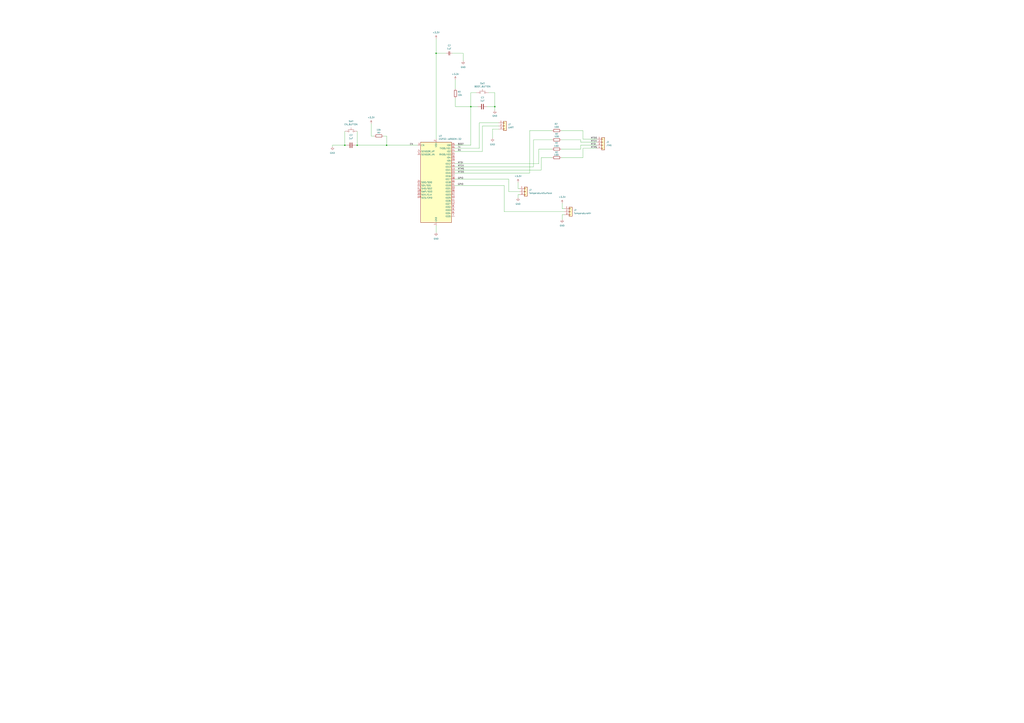
<source format=kicad_sch>
(kicad_sch (version 20230121) (generator eeschema)
  (paper "A1")
  (lib_symbols
    (symbol "Connector_Generic:Conn_01x03" (pin_names (offset 1.016) hide)
      (property "Reference" "J" (at 0 5.08 0))
      (property "Value" "Conn_01x03" (at 0 -5.08 0))
      (symbol "Conn_01x03_1_1"
        (rectangle (start -1.27 -2.413) (end 0 -2.667) (stroke (width 0.1524)))
        (rectangle (start -1.27 0.127) (end 0 -0.127) (stroke (width 0.1524)))
        (rectangle (start -1.27 2.667) (end 0 2.413) (stroke (width 0.1524)))
        (rectangle (start -1.27 3.81) (end 1.27 -3.81) (stroke (width 0.254)) (fill (type background)))
        (pin passive line (at -5.08 2.54 0) (length 3.81) (name "Pin_1") (number "1"))
        (pin passive line (at -5.08 0 0) (length 3.81) (name "Pin_2") (number "2"))
        (pin passive line (at -5.08 -2.54 0) (length 3.81) (name "Pin_3") (number "3"))
      )
    )
    (symbol "Connector_Generic:Conn_01x04" (pin_names (offset 1.016) hide)
      (property "Reference" "J" (at 0 5.08 0))
      (property "Value" "Conn_01x04" (at 0 -7.62 0))
      (symbol "Conn_01x04_1_1"
        (rectangle (start -1.27 -4.953) (end 0 -5.207) (stroke (width 0.1524)))
        (rectangle (start -1.27 -2.413) (end 0 -2.667) (stroke (width 0.1524)))
        (rectangle (start -1.27 0.127) (end 0 -0.127) (stroke (width 0.1524)))
        (rectangle (start -1.27 2.667) (end 0 2.413) (stroke (width 0.1524)))
        (rectangle (start -1.27 3.81) (end 1.27 -6.35) (stroke (width 0.254)) (fill (type background)))
        (pin passive line (at -5.08 2.54 0) (length 3.81) (name "Pin_1") (number "1"))
        (pin passive line (at -5.08 0 0) (length 3.81) (name "Pin_2") (number "2"))
        (pin passive line (at -5.08 -2.54 0) (length 3.81) (name "Pin_3") (number "3"))
        (pin passive line (at -5.08 -5.08 0) (length 3.81) (name "Pin_4") (number "4"))
      )
    )
    (symbol "Device:C" (pin_numbers hide) (pin_names (offset 0.254))
      (property "Reference" "C" (at 0.635 2.54 0))
      (property "Value" "C" (at 0.635 -2.54 0))
      (symbol "C_0_1"
        (polyline (pts (xy -2.032 -0.762) (xy 2.032 -0.762)) (stroke (width 0.508)))
        (polyline (pts (xy -2.032 0.762) (xy 2.032 0.762)) (stroke (width 0.508)))
      )
      (symbol "C_1_1"
        (pin passive line (at 0 3.81 270) (length 2.794) (name "~") (number "1"))
        (pin passive line (at 0 -3.81 90) (length 2.794) (name "~") (number "2"))
      )
    )
    (symbol "Device:C_Small" (pin_numbers hide) (pin_names (offset 0.254) hide)
      (property "Reference" "C" (at 0.254 1.778 0))
      (property "Value" "C_Small" (at 0.254 -2.032 0))
      (symbol "C_Small_0_1"
        (polyline (pts (xy -1.524 -0.508) (xy 1.524 -0.508)) (stroke (width 0.3302)))
        (polyline (pts (xy -1.524 0.508) (xy 1.524 0.508)) (stroke (width 0.3048)))
      )
      (symbol "C_Small_1_1"
        (pin passive line (at 0 2.54 270) (length 2.032) (name "~") (number "1"))
        (pin passive line (at 0 -2.54 90) (length 2.032) (name "~") (number "2"))
      )
    )
    (symbol "Device:R" (pin_numbers hide) (pin_names (offset 0))
      (property "Reference" "R" (at 2.032 0 90))
      (property "Value" "R" (at 0 0 90))
      (symbol "R_0_1"
        (rectangle (start -1.016 -2.54) (end 1.016 2.54) (stroke (width 0.254)))
      )
      (symbol "R_1_1"
        (pin passive line (at 0 3.81 270) (length 1.27) (name "~") (number "1"))
        (pin passive line (at 0 -3.81 90) (length 1.27) (name "~") (number "2"))
      )
    )
    (symbol "ESP32-WROOM-32_1"
      (property "Reference" "U" (at -12.7 34.29 0))
      (property "Value" "ESP32-WROOM-32" (at 1.27 34.29 0))
      (symbol "ESP32-WROOM-32_1_0_1"
        (rectangle (start -12.7 33.02) (end 12.7 -33.02) (stroke (width 0.254)) (fill (type background)))
      )
      (symbol "ESP32-WROOM-32_1_1_1"
        (pin power_in line (at 0 -35.56 90) (length 2.54) (name "GND") (number "1"))
        (pin bidirectional line (at 15.24 -12.7 180) (length 2.54) (name "IO25") (number "10"))
        (pin bidirectional line (at 15.24 -15.24 180) (length 2.54) (name "IO26") (number "11"))
        (pin bidirectional line (at 15.24 -17.78 180) (length 2.54) (name "IO27") (number "12"))
        (pin bidirectional line (at 15.24 10.16 180) (length 2.54) (name "IO14") (number "13"))
        (pin bidirectional line (at 15.24 15.24 180) (length 2.54) (name "IO12") (number "14"))
        (pin passive line (at 0 -35.56 90) (length 2.54) hide (name "GND") (number "15"))
        (pin bidirectional line (at 15.24 12.7 180) (length 2.54) (name "IO13") (number "16"))
        (pin bidirectional line (at -15.24 -5.08 0) (length 2.54) (name "SHD/SD2") (number "17"))
        (pin bidirectional line (at -15.24 -7.62 0) (length 2.54) (name "SWP/SD3") (number "18"))
        (pin bidirectional line (at -15.24 -12.7 0) (length 2.54) (name "SCS/CMD") (number "19"))
        (pin power_in line (at 0 35.56 270) (length 2.54) (name "VDD") (number "2"))
        (pin bidirectional line (at -15.24 -10.16 0) (length 2.54) (name "SCK/CLK") (number "20"))
        (pin bidirectional line (at -15.24 0 0) (length 2.54) (name "SDO/SD0") (number "21"))
        (pin bidirectional line (at -15.24 -2.54 0) (length 2.54) (name "SDI/SD1") (number "22"))
        (pin bidirectional line (at 15.24 7.62 180) (length 2.54) (name "IO15") (number "23"))
        (pin bidirectional line (at 15.24 25.4 180) (length 2.54) (name "IO2") (number "24"))
        (pin bidirectional line (at 15.24 30.48 180) (length 2.54) (name "IO0") (number "25"))
        (pin bidirectional line (at 15.24 20.32 180) (length 2.54) (name "IO4") (number "26"))
        (pin bidirectional line (at 15.24 5.08 180) (length 2.54) (name "IO16") (number "27"))
        (pin bidirectional line (at 15.24 2.54 180) (length 2.54) (name "IO17") (number "28"))
        (pin bidirectional line (at 15.24 17.78 180) (length 2.54) (name "IO5") (number "29"))
        (pin input line (at -15.24 30.48 0) (length 2.54) (name "EN") (number "3"))
        (pin bidirectional line (at 15.24 0 180) (length 2.54) (name "IO18") (number "30"))
        (pin bidirectional line (at 15.24 -2.54 180) (length 2.54) (name "IO19") (number "31"))
        (pin no_connect line (at -12.7 -27.94 0) (length 2.54) hide (name "NC") (number "32"))
        (pin bidirectional line (at 15.24 -5.08 180) (length 2.54) (name "IO21") (number "33"))
        (pin bidirectional line (at 15.24 22.86 180) (length 2.54) (name "RXD0/IO3") (number "34"))
        (pin bidirectional line (at 15.24 27.94 180) (length 2.54) (name "TXD0/IO1") (number "35"))
        (pin bidirectional line (at 15.24 -7.62 180) (length 2.54) (name "IO22") (number "36"))
        (pin bidirectional line (at 15.24 -10.16 180) (length 2.54) (name "IO23") (number "37"))
        (pin passive line (at 0 -35.56 90) (length 2.54) hide (name "GND") (number "38"))
        (pin passive line (at 0 -35.56 90) (length 2.54) hide (name "GND") (number "39"))
        (pin input line (at -15.24 25.4 0) (length 2.54) (name "SENSOR_VP") (number "4"))
        (pin input line (at -15.24 22.86 0) (length 2.54) (name "SENSOR_VN") (number "5"))
        (pin input line (at 15.24 -25.4 180) (length 2.54) (name "IO34") (number "6"))
        (pin input line (at 15.24 -27.94 180) (length 2.54) (name "IO35") (number "7"))
        (pin bidirectional line (at 15.24 -20.32 180) (length 2.54) (name "IO32") (number "8"))
        (pin bidirectional line (at 15.24 -22.86 180) (length 2.54) (name "IO33") (number "9"))
      )
    )
    (symbol "Switch:SW_Push" (pin_numbers hide) (pin_names (offset 1.016) hide)
      (property "Reference" "SW" (at 1.27 2.54 0))
      (property "Value" "SW_Push" (at 0 -1.524 0))
      (symbol "SW_Push_0_1"
        (circle (center -2.032 0) (radius 0.508))
        (polyline (pts (xy 0 1.27) (xy 0 3.048)))
        (polyline (pts (xy 2.54 1.27) (xy -2.54 1.27)))
        (circle (center 2.032 0) (radius 0.508))
        (pin passive line (at -5.08 0 0) (length 2.54) (name "1") (number "1"))
        (pin passive line (at 5.08 0 180) (length 2.54) (name "2") (number "2"))
      )
    )
    (symbol "power:+3.3V" (power) (pin_names (offset 0))
      (property "Value" "+3.3V" (at 0 3.556 0))
      (symbol "+3.3V_0_1"
        (polyline (pts (xy -0.762 1.27) (xy 0 2.54)))
        (polyline (pts (xy 0 0) (xy 0 2.54)))
        (polyline (pts (xy 0 2.54) (xy 0.762 1.27)))
      )
      (symbol "+3.3V_1_1"
        (pin power_in line (at 0 0 90) (length 0) hide (name "+3.3V") (number "1"))
      )
    )
    (symbol "power:GND" (power) (pin_names (offset 0))
      (property "Value" "GND" (at 0 -3.81 0))
      (symbol "GND_0_1"
        (polyline (pts (xy 0 0) (xy 0 -1.27) (xy 1.27 -1.27) (xy 0 -2.54) (xy -1.27 -1.27) (xy 0 -1.27)))
      )
      (symbol "GND_1_1"
        (pin power_in line (at 0 0 270) (length 0) hide (name "GND") (number "1"))
      )
    )
  )
  (junction (at 293.37 119.38))
  (junction (at 317.5 119.38))
  (junction (at 283.21 119.38))
  (junction (at 358.14 43.815))
  (junction (at 386.715 87.63))
  (junction (at 406.4 87.63))
  (wire (pts (xy 373.38 119.38) (xy 386.715 119.38)))
  (wire (pts (xy 396.24 124.46) (xy 396.24 103.505)))
  (wire (pts (xy 438.15 137.16) (xy 438.15 114.935)))
  (wire (pts (xy 373.38 134.62) (xy 442.595 134.62)))
  (wire (pts (xy 476.885 114.935) (xy 476.885 116.84)))
  (wire (pts (xy 461.01 129.54) (xy 478.79 129.54)))
  (wire (pts (xy 386.715 87.63) (xy 374.015 87.63)))
  (wire (pts (xy 317.5 111.76) (xy 314.96 111.76)))
  (wire (pts (xy 426.72 154.94) (xy 425.45 154.94)))
  (wire (pts (xy 373.38 137.16) (xy 438.15 137.16)))
  (wire (pts (xy 371.475 43.815) (xy 380.365 43.815)))
  (wire (pts (xy 283.21 119.38) (xy 284.48 119.38)))
  (wire (pts (xy 434.975 107.315) (xy 453.39 107.315)))
  (wire (pts (xy 461.645 176.53) (xy 461.645 180.34)))
  (wire (pts (xy 358.14 185.42) (xy 358.14 191.135)))
  (wire (pts (xy 386.715 87.63) (xy 392.43 87.63)))
  (wire (pts (xy 438.15 114.935) (xy 453.39 114.935)))
  (wire (pts (xy 293.37 119.38) (xy 317.5 119.38)))
  (wire (pts (xy 283.21 107.95) (xy 283.21 119.38)))
  (wire (pts (xy 442.595 122.555) (xy 453.39 122.555)))
  (wire (pts (xy 406.4 87.63) (xy 406.4 90.805)))
  (wire (pts (xy 478.79 114.3) (xy 490.22 114.3)))
  (wire (pts (xy 386.715 76.2) (xy 391.16 76.2)))
  (wire (pts (xy 396.24 103.505) (xy 409.575 103.505)))
  (wire (pts (xy 461.01 114.935) (xy 476.885 114.935)))
  (wire (pts (xy 317.5 119.38) (xy 317.5 111.76)))
  (wire (pts (xy 417.83 147.32) (xy 417.83 157.48)))
  (wire (pts (xy 426.72 160.02) (xy 425.45 160.02)))
  (wire (pts (xy 476.885 122.555) (xy 476.885 119.38)))
  (wire (pts (xy 292.1 119.38) (xy 293.37 119.38)))
  (wire (pts (xy 393.7 121.92) (xy 393.7 100.965)))
  (wire (pts (xy 406.4 87.63) (xy 406.4 76.2)))
  (wire (pts (xy 380.365 43.815) (xy 380.365 50.165)))
  (wire (pts (xy 342.9 119.38) (xy 317.5 119.38)))
  (wire (pts (xy 414.02 152.4) (xy 414.02 173.99)))
  (wire (pts (xy 476.885 116.84) (xy 490.22 116.84)))
  (wire (pts (xy 386.715 87.63) (xy 386.715 76.2)))
  (wire (pts (xy 444.5 129.54) (xy 453.39 129.54)))
  (wire (pts (xy 304.8 111.76) (xy 304.8 101.6)))
  (wire (pts (xy 417.83 157.48) (xy 426.72 157.48)))
  (wire (pts (xy 358.14 31.75) (xy 358.14 43.815)))
  (wire (pts (xy 463.55 171.45) (xy 461.645 171.45)))
  (wire (pts (xy 425.45 154.94) (xy 425.45 149.86)))
  (wire (pts (xy 358.14 43.815) (xy 366.395 43.815)))
  (wire (pts (xy 373.38 142.24) (xy 434.975 142.24)))
  (wire (pts (xy 307.34 111.76) (xy 304.8 111.76)))
  (wire (pts (xy 401.32 76.2) (xy 406.4 76.2)))
  (wire (pts (xy 478.79 121.92) (xy 490.22 121.92)))
  (wire (pts (xy 461.645 171.45) (xy 461.645 167.005)))
  (wire (pts (xy 386.715 119.38) (xy 386.715 87.63)))
  (wire (pts (xy 373.38 152.4) (xy 414.02 152.4)))
  (wire (pts (xy 478.79 129.54) (xy 478.79 121.92)))
  (wire (pts (xy 409.575 106.045) (xy 404.495 106.045)))
  (wire (pts (xy 373.38 124.46) (xy 396.24 124.46)))
  (wire (pts (xy 283.21 119.38) (xy 273.05 119.38)))
  (wire (pts (xy 358.14 43.815) (xy 358.14 114.3)))
  (wire (pts (xy 414.02 173.99) (xy 463.55 173.99)))
  (wire (pts (xy 373.38 139.7) (xy 444.5 139.7)))
  (wire (pts (xy 400.05 87.63) (xy 406.4 87.63)))
  (wire (pts (xy 434.975 107.315) (xy 434.975 142.24)))
  (wire (pts (xy 461.01 122.555) (xy 476.885 122.555)))
  (wire (pts (xy 393.7 100.965) (xy 409.575 100.965)))
  (wire (pts (xy 373.38 121.92) (xy 393.7 121.92)))
  (wire (pts (xy 444.5 139.7) (xy 444.5 129.54)))
  (wire (pts (xy 442.595 134.62) (xy 442.595 122.555)))
  (wire (pts (xy 478.79 107.315) (xy 478.79 114.3)))
  (wire (pts (xy 404.495 106.045) (xy 404.495 113.665)))
  (wire (pts (xy 293.37 107.95) (xy 293.37 119.38)))
  (wire (pts (xy 461.01 107.315) (xy 478.79 107.315)))
  (wire (pts (xy 374.015 65.405) (xy 374.015 73.025)))
  (wire (pts (xy 273.05 119.38) (xy 273.05 120.65)))
  (wire (pts (xy 463.55 176.53) (xy 461.645 176.53)))
  (wire (pts (xy 425.45 160.02) (xy 425.45 162.56)))
  (wire (pts (xy 374.015 87.63) (xy 374.015 80.645)))
  (wire (pts (xy 476.885 119.38) (xy 490.22 119.38)))
  (wire (pts (xy 373.38 147.32) (xy 417.83 147.32)))
  (label "MTCK" (at 485.14 116.84 0))
  (label "BOOT" (at 375.92 119.38 0))
  (label "EN" (at 336.55 119.38 0))
  (label "MTDI" (at 485.14 119.38 0))
  (label "MTMS" (at 485.14 121.92 0))
  (label "MTDO" (at 375.92 142.24 0))
  (label "MTMS" (at 375.92 139.7 0))
  (label "RX" (at 375.92 124.46 0))
  (label "GPIO" (at 375.92 147.32 0))
  (label "MTDO" (at 485.14 114.3 0))
  (label "GPIO" (at 375.92 152.4 0))
  (label "MTCK" (at 375.92 137.16 0))
  (label "MTDI" (at 375.92 134.62 0))
  (label "TX" (at 375.92 121.92 0))
  (symbol (lib_id "power:+3.3V") (at 358.14 31.75 0) (unit 1)
    (property "Reference" "#PWR02" (effects hide))
    (property "Value" "+3.3V" (at 358.14 26.67 0))
  )
  (symbol (lib_id "Device:C") (at 288.29 119.38 90) (unit 1)
    (property "Reference" "C?" (at 288.29 111.125 90))
    (property "Value" "1uF" (at 288.29 113.665 90))
  )
  (symbol (lib_id "power:+3.3V") (at 304.8 101.6 0) (unit 1)
    (property "Reference" "#PWR08" (effects hide))
    (property "Value" "+3.3V" (at 304.8 96.52 0))
  )
  (symbol (lib_id "power:GND") (at 358.14 191.135 0) (unit 1)
    (property "Reference" "#PWR01" (effects hide))
    (property "Value" "GND" (at 358.14 196.215 0))
  )
  (symbol (lib_id "Switch:SW_Push") (at 396.24 76.2 0) (unit 1)
    (property "Reference" "SW?" (at 396.24 68.58 0))
    (property "Value" "BOOT_BUTTON" (at 396.24 71.12 0))
  )
  (symbol (lib_id "Device:R") (at 457.2 129.54 90) (unit 1)
    (property "Reference" "R?" (at 457.2 125.222 90))
    (property "Value" "100" (at 456.946 127.254 90))
  )
  (symbol (lib_id "Device:R") (at 374.015 76.835 180) (unit 1)
    (property "Reference" "R?" (at 375.92 75.565 0) (effects (justify right)))
    (property "Value" "10k" (at 375.92 78.105 0) (effects (justify right)))
  )
  (symbol (lib_id "power:GND") (at 404.495 113.665 0) (unit 1)
    (property "Reference" "#PWR010" (effects hide))
    (property "Value" "GND" (at 404.495 118.745 0))
  )
  (symbol (lib_name "ESP32-WROOM-32_1") (lib_id "RF_Module:ESP32-WROOM-32") (at 358.14 149.86 0) (unit 1)
    (property "Reference" "U?" (at 360.3341 111.76 0) (effects (justify left)))
    (property "Value" "ESP32-WROOM-32" (at 360.3341 114.3 0) (effects (justify left)))
    (property "Footprint" "RF_Module:ESP32-WROOM-32" (effects hide))
    (property "Datasheet" "https://www.espressif.com/sites/default/files/documentation/esp32-wroom-32_datasheet_en.pdf" (effects hide))
  )
  (symbol (lib_id "Connector_Generic:Conn_01x03") (at 414.655 103.505 0) (unit 1)
    (property "Reference" "J?" (at 417.195 102.235 0) (effects (justify left)))
    (property "Value" "UART" (at 417.195 104.775 0) (effects (justify left)))
  )
  (symbol (lib_id "Device:C_Small") (at 368.935 43.815 90) (unit 1)
    (property "Reference" "C?" (at 368.9413 37.465 90))
    (property "Value" "1uF" (at 368.9413 40.005 90))
  )
  (symbol (lib_id "Device:R") (at 457.2 114.935 90) (unit 1)
    (property "Reference" "R?" (at 457.2 110.109 90))
    (property "Value" "100" (at 457.2 112.268 90))
  )
  (symbol (lib_id "Device:R") (at 311.15 111.76 270) (unit 1)
    (property "Reference" "R?" (at 309.88 109.22 90) (effects (justify left)))
    (property "Value" "10k" (at 309.245 106.68 90) (effects (justify left)))
  )
  (symbol (lib_id "power:+3.3V") (at 374.015 65.405 0) (unit 1)
    (property "Reference" "#PWR012" (effects hide))
    (property "Value" "+3.3V" (at 374.015 60.96 0))
  )
  (symbol (lib_id "Connector_Generic:Conn_01x04") (at 495.3 116.84 0) (unit 1)
    (property "Reference" "J?" (at 497.84 116.84 0) (effects (justify left)))
    (property "Value" "JTAG" (at 497.84 119.38 0) (effects (justify left)))
  )
  (symbol (lib_id "power:GND") (at 425.45 162.56 0) (unit 1)
    (property "Reference" "#PWR06" (effects hide))
    (property "Value" "GND" (at 425.45 167.64 0))
  )
  (symbol (lib_id "Device:R") (at 457.2 122.555 90) (unit 1)
    (property "Reference" "R?" (at 457.2 117.475 90))
    (property "Value" "100" (at 456.946 120.015 90))
  )
  (symbol (lib_id "Device:R") (at 457.2 107.315 90) (unit 1)
    (property "Reference" "R?" (at 456.692 101.981 90))
    (property "Value" "100" (at 457.073 104.394 90))
  )
  (symbol (lib_id "power:+3.3V") (at 461.645 167.005 0) (unit 1)
    (property "Reference" "#PWR013" (effects hide))
    (property "Value" "+3.3V" (at 461.645 161.925 0))
  )
  (symbol (lib_id "power:GND") (at 406.4 90.805 0) (unit 1)
    (property "Reference" "#PWR015" (effects hide))
    (property "Value" "GND" (at 406.4 95.25 0))
  )
  (symbol (lib_id "Device:C") (at 396.24 87.63 90) (unit 1)
    (property "Reference" "C?" (at 396.24 80.264 90))
    (property "Value" "1uF" (at 396.24 82.804 90))
  )
  (symbol (lib_id "power:GND") (at 461.645 180.34 0) (unit 1)
    (property "Reference" "#PWR014" (effects hide))
    (property "Value" "GND" (at 461.645 185.42 0))
  )
  (symbol (lib_id "power:+3.3V") (at 425.45 149.86 0) (unit 1)
    (property "Reference" "#PWR04" (effects hide))
    (property "Value" "+3.3V" (at 425.45 144.78 0))
  )
  (symbol (lib_id "power:GND") (at 380.365 50.165 0) (unit 1)
    (property "Reference" "#PWR03" (effects hide))
    (property "Value" "GND" (at 380.365 55.245 0))
  )
  (symbol (lib_id "Switch:SW_Push") (at 288.29 107.95 0) (unit 1)
    (property "Reference" "SW?" (at 288.29 99.695 0))
    (property "Value" "EN_BUTTON" (at 288.29 102.235 0))
  )
  (symbol (lib_id "power:GND") (at 273.05 120.65 0) (unit 1)
    (property "Reference" "#PWR09" (effects hide))
    (property "Value" "GND" (at 273.05 125.73 0))
  )
  (symbol (lib_id "Connector_Generic:Conn_01x03") (at 431.8 157.48 0) (unit 1)
    (property "Reference" "J?" (at 434.34 156.21 0) (effects (justify left)))
    (property "Value" "TemperatureSurface" (at 434.34 158.75 0) (effects (justify left)))
  )
  (symbol (lib_id "Connector_Generic:Conn_01x03") (at 468.63 173.99 0) (unit 1)
    (property "Reference" "J?" (at 471.17 172.72 0) (effects (justify left)))
    (property "Value" "TemperatureAir" (at 471.17 175.26 0) (effects (justify left)))
  )
)
</source>
